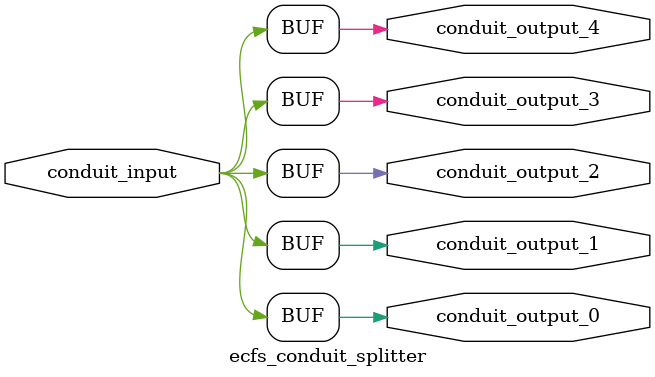
<source format=v>
/* ##################################################################################
 * Copyright (C) 2025 Altera Corporation
 *
 * This software and the related documents are Altera copyrighted materials, and
 * your use of them is governed by the express license under which they were
 * provided to you ("License"). Unless the License provides otherwise, you may
 * not use, modify, copy, publish, distribute, disclose or transmit this software
 * or the related documents without Altera's prior written permission.
 *
 * This software and the related documents are provided as is, with no express
 * or implied warranties, other than those that are expressly stated in the License.
* ##################################################################################
*/

/* ##########################################################################
 * A simple output splitter as in PD one output cannot be connected to two places.
 *
 * ##########################################################################
 */

`timescale 1 ns / 1 ns

(* altera_attribute = "-name IP_TOOL_NAME conduit_splitter; -name IP_TOOL_VERSION 13.0" *)

module ecfs_conduit_splitter
#(
    parameter OUTPUT_NUM = 2
)
(
    input   conduit_input,
    output  conduit_output_0,
    output  conduit_output_1,
    output  conduit_output_2,
    output  conduit_output_3,
    output  conduit_output_4
);

generate
    assign conduit_output_0 = conduit_input;
    assign conduit_output_1 = conduit_input;
    assign conduit_output_2 = conduit_input;
    assign conduit_output_3 = conduit_input;
    assign conduit_output_4 = conduit_input;
endgenerate
endmodule

</source>
